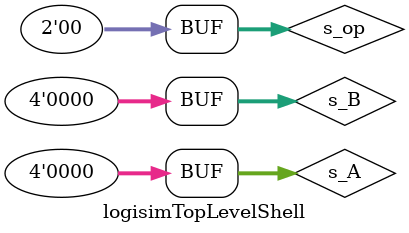
<source format=v>
/******************************************************************************
 ** Logisim-evolution goes FPGA automatic generated Verilog code             **
 ** https://github.com/logisim-evolution/                                    **
 **                                                                          **
 ** Component : logisimTopLevelShell                                         **
 **                                                                          **
 *****************************************************************************/

module logisimTopLevelShell(  );

   /*******************************************************************************
   ** The wires are defined here                                                 **
   *******************************************************************************/
   wire [3:0] s_A;
   wire [3:0] s_B;
   wire       s_Cout;
   wire [1:0] s_op;
   wire [3:0] s_res;

   /*******************************************************************************
   ** The module functionality is described here                                 **
   *******************************************************************************/

   /*******************************************************************************
   ** All signal adaptations are performed here                                  **
   *******************************************************************************/
   assign s_A[0]  = 1'b0;
   assign s_A[1]  = 1'b0;
   assign s_A[2]  = 1'b0;
   assign s_A[3]  = 1'b0;
   assign s_B[0]  = 1'b0;
   assign s_B[1]  = 1'b0;
   assign s_B[2]  = 1'b0;
   assign s_B[3]  = 1'b0;
   assign s_op[0] = 1'b0;
   assign s_op[1] = 1'b0;

   /*******************************************************************************
   ** The toplevel component is connected here                                   **
   *******************************************************************************/
   ALU   CIRCUIT_0 (.A(s_A),
                    .B(s_B),
                    .Cout(s_Cout),
                    .op(s_op),
                    .res(s_res));
endmodule

</source>
